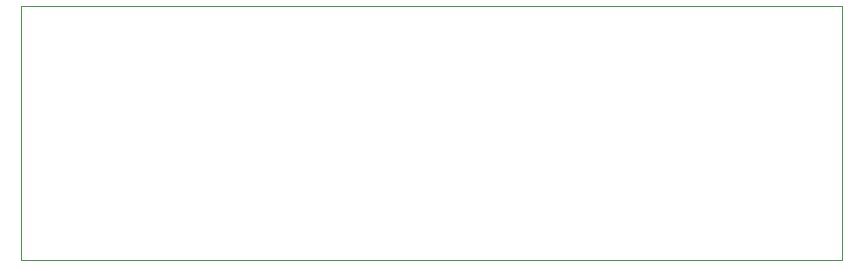
<source format=gbr>
%TF.GenerationSoftware,KiCad,Pcbnew,8.0.4*%
%TF.CreationDate,2024-08-04T02:09:47+02:00*%
%TF.ProjectId,Neopixel,4e656f70-6978-4656-9c2e-6b696361645f,rev?*%
%TF.SameCoordinates,Original*%
%TF.FileFunction,Profile,NP*%
%FSLAX46Y46*%
G04 Gerber Fmt 4.6, Leading zero omitted, Abs format (unit mm)*
G04 Created by KiCad (PCBNEW 8.0.4) date 2024-08-04 02:09:47*
%MOMM*%
%LPD*%
G01*
G04 APERTURE LIST*
%TA.AperFunction,Profile*%
%ADD10C,0.050000*%
%TD*%
G04 APERTURE END LIST*
D10*
X48500000Y-59500000D02*
X118000000Y-59500000D01*
X118000000Y-81000000D01*
X48500000Y-81000000D01*
X48500000Y-59500000D01*
M02*

</source>
